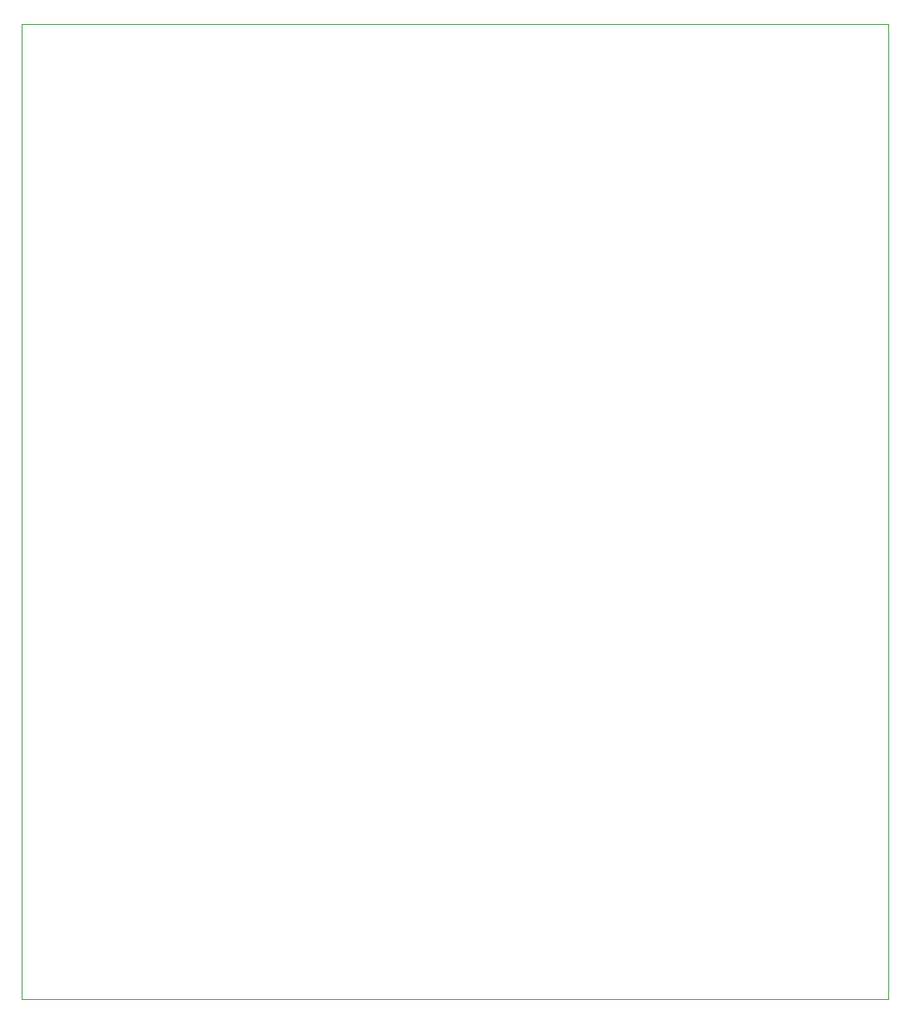
<source format=gm1>
G04 #@! TF.GenerationSoftware,KiCad,Pcbnew,5.1.10-88a1d61d58~90~ubuntu20.04.1*
G04 #@! TF.CreationDate,2021-11-05T20:40:26+01:00*
G04 #@! TF.ProjectId,FPGC4IOboard,46504743-3449-44f6-926f-6172642e6b69,rev?*
G04 #@! TF.SameCoordinates,Original*
G04 #@! TF.FileFunction,Profile,NP*
%FSLAX46Y46*%
G04 Gerber Fmt 4.6, Leading zero omitted, Abs format (unit mm)*
G04 Created by KiCad (PCBNEW 5.1.10-88a1d61d58~90~ubuntu20.04.1) date 2021-11-05 20:40:26*
%MOMM*%
%LPD*%
G01*
G04 APERTURE LIST*
G04 #@! TA.AperFunction,Profile*
%ADD10C,0.050000*%
G04 #@! TD*
G04 APERTURE END LIST*
D10*
X78740000Y-33655000D02*
X170180000Y-33655000D01*
X170180000Y-33655000D02*
X170180000Y-136525000D01*
X78740000Y-33655000D02*
X78740000Y-136525000D01*
X170180000Y-136525000D02*
X78740000Y-136525000D01*
M02*

</source>
